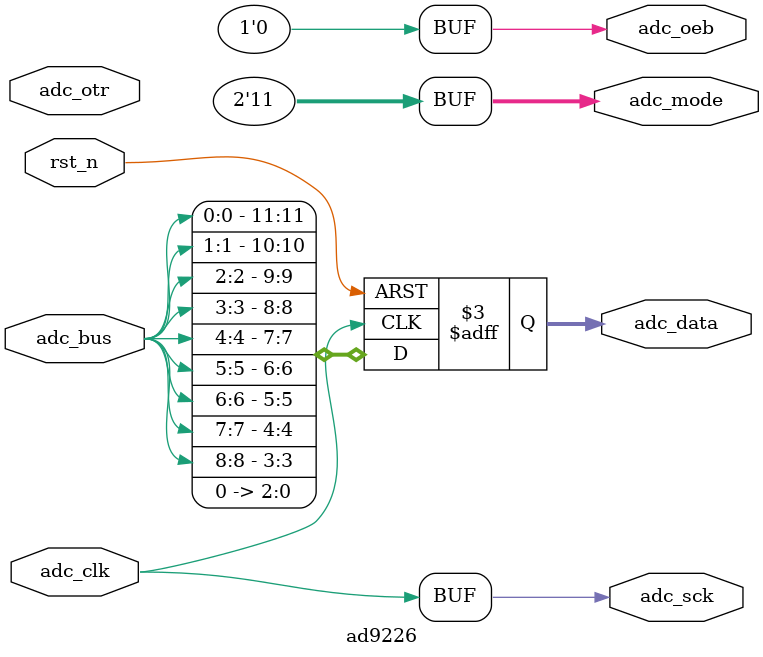
<source format=v>
module ad9226(
		/*ADC */
		rst_n			,
		adc_oeb		,
		adc_clk		,
		adc_data		,
		adc_mode		,
		adc_otr		,	//out of range
		adc_bus		,
		adc_sck		
);


	input rst_n;
	output adc_oeb;
	input adc_clk;
	output reg[11:0]adc_data;
	output [1:0]adc_mode;
	input	adc_otr;
	input [11:0]adc_bus;
	output adc_sck;
	
	reg signed[11:0]temp_adc_data;
	
	reg signed[13:0]us_adc_data;
	
	
	assign adc_oeb = 1'b0;
	assign adc_mode = 2'b11;
	assign adc_sck = adc_clk;
	
	always@(posedge adc_clk or negedge rst_n)
	if(!rst_n)
		adc_data <= 12'd0;
	else
//		adc_data <= {adc_bus[0],adc_bus[1],adc_bus[2],adc_bus[3],adc_bus[4],adc_bus[5],adc_bus[6],adc_bus[7],adc_bus[8],adc_bus[9],adc_bus[10],adc_bus[11]};

//		adc_data <= {adc_bus[0],adc_bus[0],adc_bus[0],adc_bus[0],adc_bus[1],adc_bus[2],adc_bus[3],adc_bus[4],adc_bus[5],adc_bus[6],adc_bus[7],adc_bus[8]};
		adc_data <= {adc_bus[0],adc_bus[1],adc_bus[2],adc_bus[3],adc_bus[4],adc_bus[5],adc_bus[6],adc_bus[7],adc_bus[8],3'd0};
								
//	always@(posedge adc_clk or negedge rst_n)
//	if(!rst_n)
//		us_adc_data <= 12'd0;
//	else
////		adc_data <= adc_bus;
//		us_adc_data <= {temp_adc_data[11],temp_adc_data[11] ,temp_adc_data} + 12'd2048;
//		
//	assign adc_data = us_adc_data[12:1];
endmodule

</source>
